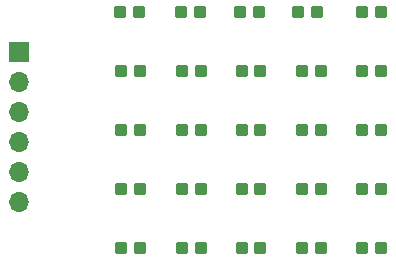
<source format=gbr>
G04 #@! TF.GenerationSoftware,KiCad,Pcbnew,9.0.1*
G04 #@! TF.CreationDate,2025-04-08T20:49:58-07:00*
G04 #@! TF.ProjectId,Bigger_Test,42696767-6572-45f5-9465-73742e6b6963,rev?*
G04 #@! TF.SameCoordinates,Original*
G04 #@! TF.FileFunction,Soldermask,Top*
G04 #@! TF.FilePolarity,Negative*
%FSLAX46Y46*%
G04 Gerber Fmt 4.6, Leading zero omitted, Abs format (unit mm)*
G04 Created by KiCad (PCBNEW 9.0.1) date 2025-04-08 20:49:58*
%MOMM*%
%LPD*%
G01*
G04 APERTURE LIST*
G04 Aperture macros list*
%AMRoundRect*
0 Rectangle with rounded corners*
0 $1 Rounding radius*
0 $2 $3 $4 $5 $6 $7 $8 $9 X,Y pos of 4 corners*
0 Add a 4 corners polygon primitive as box body*
4,1,4,$2,$3,$4,$5,$6,$7,$8,$9,$2,$3,0*
0 Add four circle primitives for the rounded corners*
1,1,$1+$1,$2,$3*
1,1,$1+$1,$4,$5*
1,1,$1+$1,$6,$7*
1,1,$1+$1,$8,$9*
0 Add four rect primitives between the rounded corners*
20,1,$1+$1,$2,$3,$4,$5,0*
20,1,$1+$1,$4,$5,$6,$7,0*
20,1,$1+$1,$6,$7,$8,$9,0*
20,1,$1+$1,$8,$9,$2,$3,0*%
G04 Aperture macros list end*
%ADD10R,1.700000X1.700000*%
%ADD11O,1.700000X1.700000*%
%ADD12RoundRect,0.102000X-0.400000X-0.400000X0.400000X-0.400000X0.400000X0.400000X-0.400000X0.400000X0*%
G04 APERTURE END LIST*
D10*
X79000000Y-83920000D03*
D11*
X79000000Y-86460000D03*
X79000000Y-89000000D03*
X79000000Y-91540000D03*
X79000000Y-94080000D03*
X79000000Y-96620000D03*
D12*
X108002100Y-85500000D03*
X109602100Y-85500000D03*
X92798300Y-90500000D03*
X94398300Y-90500000D03*
X97798300Y-90500000D03*
X99398300Y-90500000D03*
X97798300Y-95500000D03*
X99398300Y-95500000D03*
X108000900Y-90500000D03*
X109600900Y-90500000D03*
X87598300Y-90500000D03*
X89198300Y-90500000D03*
X97798300Y-85500000D03*
X99398300Y-85500000D03*
X102899600Y-95500000D03*
X104499600Y-95500000D03*
X87598300Y-100500000D03*
X89198300Y-100500000D03*
X109602100Y-80500000D03*
X108002100Y-80500000D03*
X94300000Y-80500000D03*
X92700000Y-80500000D03*
X92798300Y-95500000D03*
X94398300Y-95500000D03*
X97798300Y-100500000D03*
X99398300Y-100500000D03*
X104201700Y-80500000D03*
X102601700Y-80500000D03*
X87598300Y-95500000D03*
X89198300Y-95500000D03*
X92798300Y-100500000D03*
X94398300Y-100500000D03*
X108001600Y-95500000D03*
X109601600Y-95500000D03*
X89100000Y-80500000D03*
X87500000Y-80500000D03*
X102894300Y-100500000D03*
X104494300Y-100500000D03*
X102900000Y-90500000D03*
X104500000Y-90500000D03*
X87598300Y-85500000D03*
X89198300Y-85500000D03*
X107981900Y-100500000D03*
X109581900Y-100500000D03*
X102900000Y-85500000D03*
X104500000Y-85500000D03*
X92798300Y-85500000D03*
X94398300Y-85500000D03*
X99300000Y-80500000D03*
X97700000Y-80500000D03*
M02*

</source>
